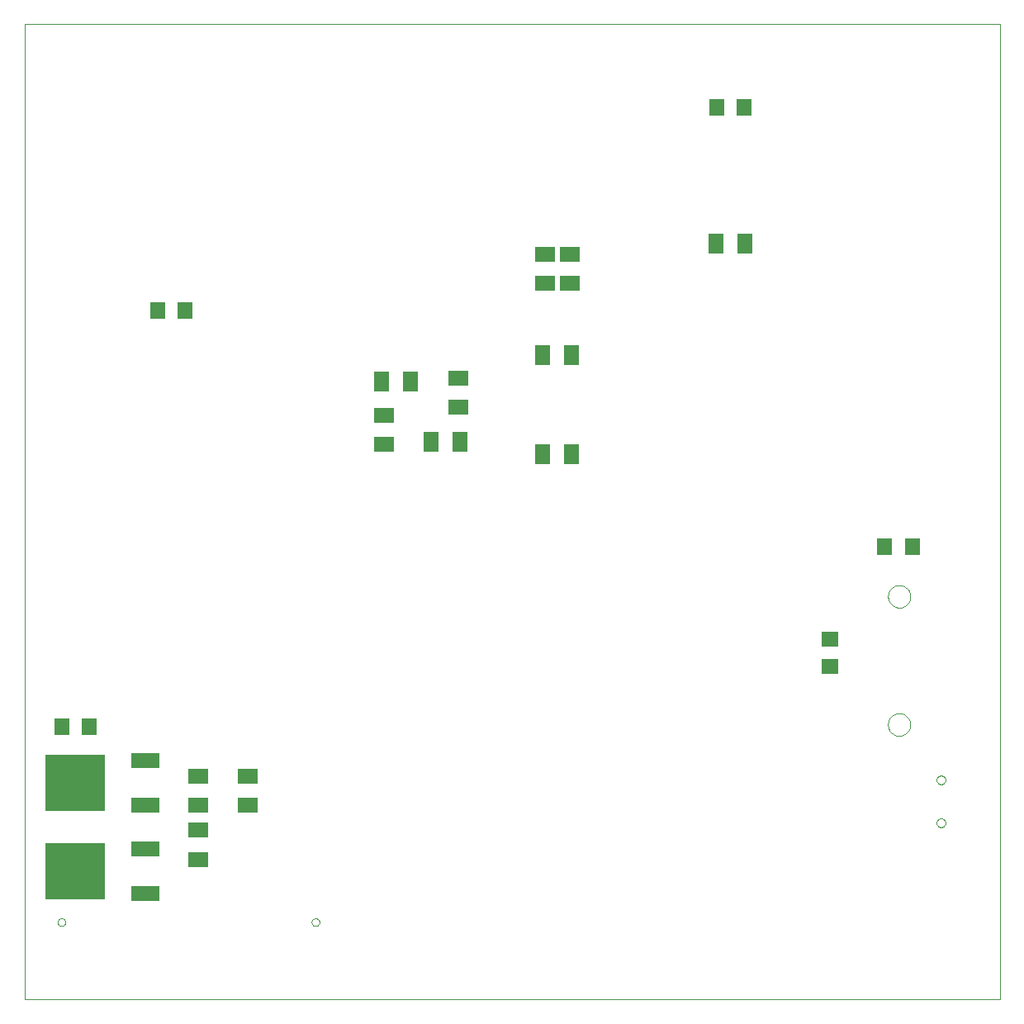
<source format=gbp>
G75*
G70*
%OFA0B0*%
%FSLAX24Y24*%
%IPPOS*%
%LPD*%
%AMOC8*
5,1,8,0,0,1.08239X$1,22.5*
%
%ADD10C,0.0000*%
%ADD11R,0.0630X0.0710*%
%ADD12R,0.2441X0.2283*%
%ADD13R,0.1181X0.0630*%
%ADD14R,0.0591X0.0787*%
%ADD15R,0.0787X0.0591*%
%ADD16R,0.0710X0.0630*%
D10*
X001089Y000191D02*
X001089Y039562D01*
X040459Y039562D01*
X040459Y000191D01*
X001089Y000191D01*
X002432Y003316D02*
X002434Y003341D01*
X002440Y003365D01*
X002449Y003387D01*
X002462Y003408D01*
X002478Y003427D01*
X002497Y003443D01*
X002518Y003456D01*
X002540Y003465D01*
X002564Y003471D01*
X002589Y003473D01*
X002614Y003471D01*
X002638Y003465D01*
X002660Y003456D01*
X002681Y003443D01*
X002700Y003427D01*
X002716Y003408D01*
X002729Y003387D01*
X002738Y003365D01*
X002744Y003341D01*
X002746Y003316D01*
X002744Y003291D01*
X002738Y003267D01*
X002729Y003245D01*
X002716Y003224D01*
X002700Y003205D01*
X002681Y003189D01*
X002660Y003176D01*
X002638Y003167D01*
X002614Y003161D01*
X002589Y003159D01*
X002564Y003161D01*
X002540Y003167D01*
X002518Y003176D01*
X002497Y003189D01*
X002478Y003205D01*
X002462Y003224D01*
X002449Y003245D01*
X002440Y003267D01*
X002434Y003291D01*
X002432Y003316D01*
X012682Y003316D02*
X012684Y003341D01*
X012690Y003365D01*
X012699Y003387D01*
X012712Y003408D01*
X012728Y003427D01*
X012747Y003443D01*
X012768Y003456D01*
X012790Y003465D01*
X012814Y003471D01*
X012839Y003473D01*
X012864Y003471D01*
X012888Y003465D01*
X012910Y003456D01*
X012931Y003443D01*
X012950Y003427D01*
X012966Y003408D01*
X012979Y003387D01*
X012988Y003365D01*
X012994Y003341D01*
X012996Y003316D01*
X012994Y003291D01*
X012988Y003267D01*
X012979Y003245D01*
X012966Y003224D01*
X012950Y003205D01*
X012931Y003189D01*
X012910Y003176D01*
X012888Y003167D01*
X012864Y003161D01*
X012839Y003159D01*
X012814Y003161D01*
X012790Y003167D01*
X012768Y003176D01*
X012747Y003189D01*
X012728Y003205D01*
X012712Y003224D01*
X012699Y003245D01*
X012690Y003267D01*
X012684Y003291D01*
X012682Y003316D01*
X035948Y011292D02*
X035950Y011334D01*
X035956Y011376D01*
X035966Y011418D01*
X035979Y011458D01*
X035997Y011497D01*
X036018Y011534D01*
X036042Y011568D01*
X036070Y011601D01*
X036100Y011631D01*
X036133Y011657D01*
X036168Y011681D01*
X036206Y011701D01*
X036245Y011717D01*
X036285Y011730D01*
X036327Y011739D01*
X036369Y011744D01*
X036412Y011745D01*
X036454Y011742D01*
X036496Y011735D01*
X036537Y011724D01*
X036577Y011709D01*
X036615Y011691D01*
X036652Y011669D01*
X036686Y011644D01*
X036718Y011616D01*
X036746Y011585D01*
X036772Y011551D01*
X036795Y011515D01*
X036814Y011478D01*
X036830Y011438D01*
X036842Y011397D01*
X036850Y011356D01*
X036854Y011313D01*
X036854Y011271D01*
X036850Y011228D01*
X036842Y011187D01*
X036830Y011146D01*
X036814Y011106D01*
X036795Y011069D01*
X036772Y011033D01*
X036746Y010999D01*
X036718Y010968D01*
X036686Y010940D01*
X036652Y010915D01*
X036615Y010893D01*
X036577Y010875D01*
X036537Y010860D01*
X036496Y010849D01*
X036454Y010842D01*
X036412Y010839D01*
X036369Y010840D01*
X036327Y010845D01*
X036285Y010854D01*
X036245Y010867D01*
X036206Y010883D01*
X036168Y010903D01*
X036133Y010927D01*
X036100Y010953D01*
X036070Y010983D01*
X036042Y011016D01*
X036018Y011050D01*
X035997Y011087D01*
X035979Y011126D01*
X035966Y011166D01*
X035956Y011208D01*
X035950Y011250D01*
X035948Y011292D01*
X037912Y009058D02*
X037914Y009084D01*
X037920Y009110D01*
X037930Y009135D01*
X037943Y009158D01*
X037959Y009178D01*
X037979Y009196D01*
X038001Y009211D01*
X038024Y009223D01*
X038050Y009231D01*
X038076Y009235D01*
X038102Y009235D01*
X038128Y009231D01*
X038154Y009223D01*
X038178Y009211D01*
X038199Y009196D01*
X038219Y009178D01*
X038235Y009158D01*
X038248Y009135D01*
X038258Y009110D01*
X038264Y009084D01*
X038266Y009058D01*
X038264Y009032D01*
X038258Y009006D01*
X038248Y008981D01*
X038235Y008958D01*
X038219Y008938D01*
X038199Y008920D01*
X038177Y008905D01*
X038154Y008893D01*
X038128Y008885D01*
X038102Y008881D01*
X038076Y008881D01*
X038050Y008885D01*
X038024Y008893D01*
X038000Y008905D01*
X037979Y008920D01*
X037959Y008938D01*
X037943Y008958D01*
X037930Y008981D01*
X037920Y009006D01*
X037914Y009032D01*
X037912Y009058D01*
X037912Y007325D02*
X037914Y007351D01*
X037920Y007377D01*
X037930Y007402D01*
X037943Y007425D01*
X037959Y007445D01*
X037979Y007463D01*
X038001Y007478D01*
X038024Y007490D01*
X038050Y007498D01*
X038076Y007502D01*
X038102Y007502D01*
X038128Y007498D01*
X038154Y007490D01*
X038178Y007478D01*
X038199Y007463D01*
X038219Y007445D01*
X038235Y007425D01*
X038248Y007402D01*
X038258Y007377D01*
X038264Y007351D01*
X038266Y007325D01*
X038264Y007299D01*
X038258Y007273D01*
X038248Y007248D01*
X038235Y007225D01*
X038219Y007205D01*
X038199Y007187D01*
X038177Y007172D01*
X038154Y007160D01*
X038128Y007152D01*
X038102Y007148D01*
X038076Y007148D01*
X038050Y007152D01*
X038024Y007160D01*
X038000Y007172D01*
X037979Y007187D01*
X037959Y007205D01*
X037943Y007225D01*
X037930Y007248D01*
X037920Y007273D01*
X037914Y007299D01*
X037912Y007325D01*
X035948Y016466D02*
X035950Y016508D01*
X035956Y016550D01*
X035966Y016592D01*
X035979Y016632D01*
X035997Y016671D01*
X036018Y016708D01*
X036042Y016742D01*
X036070Y016775D01*
X036100Y016805D01*
X036133Y016831D01*
X036168Y016855D01*
X036206Y016875D01*
X036245Y016891D01*
X036285Y016904D01*
X036327Y016913D01*
X036369Y016918D01*
X036412Y016919D01*
X036454Y016916D01*
X036496Y016909D01*
X036537Y016898D01*
X036577Y016883D01*
X036615Y016865D01*
X036652Y016843D01*
X036686Y016818D01*
X036718Y016790D01*
X036746Y016759D01*
X036772Y016725D01*
X036795Y016689D01*
X036814Y016652D01*
X036830Y016612D01*
X036842Y016571D01*
X036850Y016530D01*
X036854Y016487D01*
X036854Y016445D01*
X036850Y016402D01*
X036842Y016361D01*
X036830Y016320D01*
X036814Y016280D01*
X036795Y016243D01*
X036772Y016207D01*
X036746Y016173D01*
X036718Y016142D01*
X036686Y016114D01*
X036652Y016089D01*
X036615Y016067D01*
X036577Y016049D01*
X036537Y016034D01*
X036496Y016023D01*
X036454Y016016D01*
X036412Y016013D01*
X036369Y016014D01*
X036327Y016019D01*
X036285Y016028D01*
X036245Y016041D01*
X036206Y016057D01*
X036168Y016077D01*
X036133Y016101D01*
X036100Y016127D01*
X036070Y016157D01*
X036042Y016190D01*
X036018Y016224D01*
X035997Y016261D01*
X035979Y016300D01*
X035966Y016340D01*
X035956Y016382D01*
X035950Y016424D01*
X035948Y016466D01*
D11*
X035810Y018473D03*
X036930Y018473D03*
X030148Y036191D03*
X029029Y036191D03*
X007586Y028004D03*
X006466Y028004D03*
X003711Y011191D03*
X002591Y011191D03*
D12*
X003151Y008941D03*
X003151Y005379D03*
D13*
X005978Y004481D03*
X005978Y006277D03*
X005978Y008044D03*
X005978Y009839D03*
D14*
X017498Y022691D03*
X018679Y022691D03*
X016679Y025129D03*
X015498Y025129D03*
X021998Y026191D03*
X023179Y026191D03*
X023179Y022191D03*
X021998Y022191D03*
X028998Y030691D03*
X030179Y030691D03*
D15*
X023089Y030282D03*
X022089Y030282D03*
X022089Y029101D03*
X023089Y029101D03*
X018589Y025282D03*
X018589Y024101D03*
X015589Y023782D03*
X015589Y022601D03*
X010088Y009220D03*
X010088Y008038D03*
X008089Y008038D03*
X008088Y007032D03*
X008088Y005851D03*
X008089Y009220D03*
D16*
X033589Y013632D03*
X033589Y014751D03*
M02*

</source>
